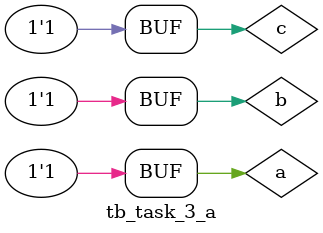
<source format=v>
module tb_task_3_a(); 
reg a,b, c; 
wire out;
function_f uut(out,a,b, c); 
initial
begin
a = 1'b0;
b = 1'b0;
c = 1'b0;
#10;
a = 1'b0;
b = 1'b0;
c = 1'b1;
#10;
a = 1'b0;
b = 1'b1;
c = 1'b0;
#10;
a = 1'b0;
b = 1'b1;
c = 1'b1;
#10;
a = 1'b1;
b = 1'b0;
c = 1'b0;
#10;
a = 1'b1;
b = 1'b0;
c = 1'b1;
#10;
a = 1'b1;
b = 1'b1;
c = 1'b0;
#10;
a = 1'b1;
b = 1'b1;
c = 1'b1;
#10;
end
// set up the monitoring
initial
begin
$monitor("a=%b, b=%b, c=%b, out=%b, time=%t\n", a, b, c, out, $time);
end
endmodule
</source>
